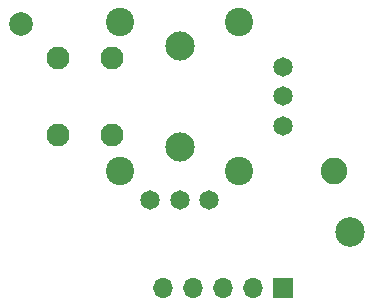
<source format=gbr>
%TF.GenerationSoftware,KiCad,Pcbnew,7.0.5*%
%TF.CreationDate,2023-08-28T18:37:28-04:00*%
%TF.ProjectId,StickRight,53746963-6b52-4696-9768-742e6b696361,rev?*%
%TF.SameCoordinates,Original*%
%TF.FileFunction,Soldermask,Top*%
%TF.FilePolarity,Negative*%
%FSLAX46Y46*%
G04 Gerber Fmt 4.6, Leading zero omitted, Abs format (unit mm)*
G04 Created by KiCad (PCBNEW 7.0.5) date 2023-08-28 18:37:28*
%MOMM*%
%LPD*%
G01*
G04 APERTURE LIST*
%ADD10R,1.700000X1.700000*%
%ADD11O,1.700000X1.700000*%
%ADD12C,1.950000*%
%ADD13C,1.650000*%
%ADD14C,2.500000*%
%ADD15C,2.000000*%
%ADD16C,2.250000*%
%ADD17C,2.400000*%
%ADD18C,2.475000*%
G04 APERTURE END LIST*
D10*
%TO.C,J1*%
X147275000Y-96625000D03*
D11*
X144735000Y-96625000D03*
X142195000Y-96625000D03*
X139655000Y-96625000D03*
X137115000Y-96625000D03*
%TD*%
D12*
%TO.C,U1*%
X132765000Y-83680000D03*
X132765000Y-77180000D03*
D13*
X136015000Y-89160000D03*
X138515000Y-89160000D03*
X141015000Y-89160000D03*
D12*
X128265000Y-83680000D03*
X128265000Y-77180000D03*
D14*
X152967500Y-91933000D03*
D15*
X125067500Y-74333000D03*
D16*
X151567500Y-86733000D03*
D13*
X147245000Y-82930000D03*
X147245000Y-80430000D03*
X147245000Y-77930000D03*
D17*
X143515000Y-86755000D03*
X143515000Y-74105000D03*
X133515000Y-86755000D03*
X133515000Y-74105000D03*
D18*
X138515000Y-84730000D03*
X138515000Y-76130000D03*
%TD*%
M02*

</source>
